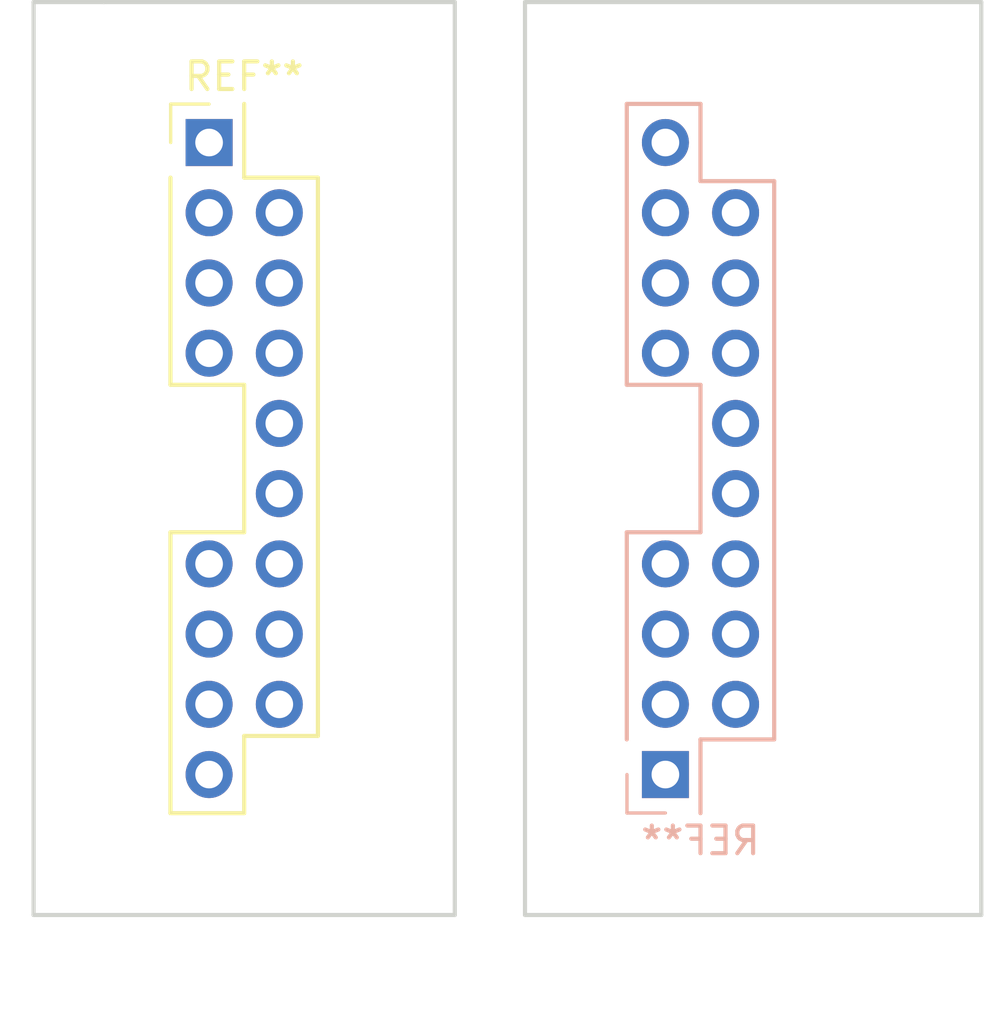
<source format=kicad_pcb>
(kicad_pcb (version 4) (host pcbnew 4.0.0-rc1-stable)

  (general
    (links 0)
    (no_connects 0)
    (area 90.374287 54.534999 125.805001 91.37)
    (thickness 1.6)
    (drawings 11)
    (tracks 0)
    (zones 0)
    (modules 2)
    (nets 1)
  )

  (page A4)
  (layers
    (0 F.Cu signal)
    (31 B.Cu signal)
    (32 B.Adhes user)
    (33 F.Adhes user)
    (34 B.Paste user)
    (35 F.Paste user)
    (36 B.SilkS user)
    (37 F.SilkS user)
    (38 B.Mask user)
    (39 F.Mask user)
    (40 Dwgs.User user)
    (41 Cmts.User user)
    (42 Eco1.User user)
    (43 Eco2.User user)
    (44 Edge.Cuts user)
    (45 Margin user)
    (46 B.CrtYd user)
    (47 F.CrtYd user)
    (48 B.Fab user)
    (49 F.Fab user)
  )

  (setup
    (last_trace_width 0.25)
    (trace_clearance 0.2)
    (zone_clearance 0.508)
    (zone_45_only no)
    (trace_min 0.2)
    (segment_width 0.2)
    (edge_width 0.15)
    (via_size 0.6)
    (via_drill 0.4)
    (via_min_size 0.4)
    (via_min_drill 0.3)
    (uvia_size 0.3)
    (uvia_drill 0.1)
    (uvias_allowed no)
    (uvia_min_size 0.2)
    (uvia_min_drill 0.1)
    (pcb_text_width 0.3)
    (pcb_text_size 1.5 1.5)
    (mod_edge_width 0.15)
    (mod_text_size 1 1)
    (mod_text_width 0.15)
    (pad_size 1.524 1.524)
    (pad_drill 0.762)
    (pad_to_mask_clearance 0.2)
    (aux_axis_origin 0 0)
    (visible_elements FFFFEF7F)
    (pcbplotparams
      (layerselection 0x00030_80000001)
      (usegerberextensions false)
      (excludeedgelayer true)
      (linewidth 0.076200)
      (plotframeref false)
      (viasonmask false)
      (mode 1)
      (useauxorigin false)
      (hpglpennumber 1)
      (hpglpenspeed 20)
      (hpglpendiameter 15)
      (hpglpenoverlay 2)
      (psnegative false)
      (psa4output false)
      (plotreference true)
      (plotvalue true)
      (plotinvisibletext false)
      (padsonsilk false)
      (subtractmaskfromsilk false)
      (outputformat 1)
      (mirror false)
      (drillshape 1)
      (scaleselection 1)
      (outputdirectory ""))
  )

  (net 0 "")

  (net_class Default "This is the default net class."
    (clearance 0.2)
    (trace_width 0.25)
    (via_dia 0.6)
    (via_drill 0.4)
    (uvia_dia 0.3)
    (uvia_drill 0.1)
  )

  (module CE_Header:CE_Header (layer F.Cu) (tedit 58DA0F78) (tstamp 598371EA)
    (at 97.79 59.69)
    (descr "CE Header, 2.54mm pitch")
    (tags "CE Header, THT 2x10 2.54mm")
    (fp_text reference REF** (at 1.27 -2.39) (layer F.SilkS)
      (effects (font (size 1 1) (thickness 0.15)))
    )
    (fp_text value CE_Header (at 1.27 25.25) (layer F.Fab)
      (effects (font (size 1 1) (thickness 0.15)))
    )
    (fp_line (start -1.397 24.257) (end -1.397 14.097) (layer F.SilkS) (width 0.15))
    (fp_line (start -1.397 14.097) (end 1.27 14.097) (layer F.SilkS) (width 0.15))
    (fp_line (start 1.27 14.097) (end 1.27 8.763) (layer F.SilkS) (width 0.15))
    (fp_line (start 1.27 8.763) (end -1.397 8.763) (layer F.SilkS) (width 0.15))
    (fp_line (start -1.397 8.763) (end -1.397 1.27) (layer F.SilkS) (width 0.15))
    (fp_line (start 1.27 24.257) (end -1.397 24.257) (layer F.SilkS) (width 0.15))
    (fp_line (start 3.937 1.27) (end 3.937 21.463) (layer F.SilkS) (width 0.15))
    (fp_line (start 3.937 21.463) (end 1.27 21.463) (layer F.SilkS) (width 0.15))
    (fp_line (start 1.27 21.463) (end 1.27 24.257) (layer F.SilkS) (width 0.15))
    (fp_line (start 3.93 1.27) (end 1.27 1.27) (layer F.SilkS) (width 0.15))
    (fp_line (start 1.27 1.27) (end 1.27 -1.397) (layer F.SilkS) (width 0.15))
    (fp_line (start -1.27 -1.27) (end -1.27 24.13) (layer F.Fab) (width 0.1))
    (fp_line (start -1.27 24.13) (end 3.81 24.13) (layer F.Fab) (width 0.1))
    (fp_line (start 3.81 24.13) (end 3.81 -1.27) (layer F.Fab) (width 0.1))
    (fp_line (start 3.81 -1.27) (end -1.27 -1.27) (layer F.Fab) (width 0.1))
    (fp_line (start -1.39 0) (end -1.39 -1.39) (layer F.SilkS) (width 0.12))
    (fp_line (start -1.39 -1.39) (end 0 -1.39) (layer F.SilkS) (width 0.12))
    (fp_line (start -1.6 -1.6) (end -1.6 24.4) (layer F.CrtYd) (width 0.05))
    (fp_line (start -1.6 24.4) (end 4.1 24.4) (layer F.CrtYd) (width 0.05))
    (fp_line (start 4.1 24.4) (end 4.1 -1.6) (layer F.CrtYd) (width 0.05))
    (fp_line (start 4.1 -1.6) (end -1.6 -1.6) (layer F.CrtYd) (width 0.05))
    (pad 1 thru_hole rect (at 0 0) (size 1.7 1.7) (drill 1) (layers *.Cu *.Mask))
    (pad 3 thru_hole oval (at 0 2.54) (size 1.7 1.7) (drill 1) (layers *.Cu *.Mask))
    (pad 4 thru_hole oval (at 2.54 2.54) (size 1.7 1.7) (drill 1) (layers *.Cu *.Mask))
    (pad 5 thru_hole oval (at 0 5.08) (size 1.7 1.7) (drill 1) (layers *.Cu *.Mask))
    (pad 6 thru_hole oval (at 2.54 5.08) (size 1.7 1.7) (drill 1) (layers *.Cu *.Mask))
    (pad 7 thru_hole oval (at 0 7.62) (size 1.7 1.7) (drill 1) (layers *.Cu *.Mask))
    (pad 8 thru_hole oval (at 2.54 7.62) (size 1.7 1.7) (drill 1) (layers *.Cu *.Mask))
    (pad 10 thru_hole oval (at 2.54 10.16) (size 1.7 1.7) (drill 1) (layers *.Cu *.Mask))
    (pad 12 thru_hole oval (at 2.54 12.7) (size 1.7 1.7) (drill 1) (layers *.Cu *.Mask))
    (pad 13 thru_hole oval (at 0 15.24) (size 1.7 1.7) (drill 1) (layers *.Cu *.Mask))
    (pad 14 thru_hole oval (at 2.54 15.24) (size 1.7 1.7) (drill 1) (layers *.Cu *.Mask))
    (pad 15 thru_hole oval (at 0 17.78) (size 1.7 1.7) (drill 1) (layers *.Cu *.Mask))
    (pad 16 thru_hole oval (at 2.54 17.78) (size 1.7 1.7) (drill 1) (layers *.Cu *.Mask))
    (pad 17 thru_hole oval (at 0 20.32) (size 1.7 1.7) (drill 1) (layers *.Cu *.Mask))
    (pad 18 thru_hole oval (at 2.54 20.32) (size 1.7 1.7) (drill 1) (layers *.Cu *.Mask))
    (pad 19 thru_hole oval (at 0 22.86) (size 1.7 1.7) (drill 1) (layers *.Cu *.Mask))
    (model D:/pcbs/CE_Header/CE_Header/lib/3d/CE_Header_Socket.wrl
      (at (xyz 0.05 -0.45 0))
      (scale (xyz 1 1 1))
      (rotate (xyz 0 0 90))
    )
    (model D:/pcbs/CE_Header/CE_Header/lib/3d/CE_Header_Pins.wrl
      (at (xyz 0.05 -0.45 0))
      (scale (xyz 1 1 1))
      (rotate (xyz 0 0 90))
    )
  )

  (module CE_Header:CE_Header (layer B.Cu) (tedit 58DA0F78) (tstamp 59837240)
    (at 114.3 82.55)
    (descr "CE Header, 2.54mm pitch")
    (tags "CE Header, THT 2x10 2.54mm")
    (fp_text reference REF** (at 1.27 2.39) (layer B.SilkS)
      (effects (font (size 1 1) (thickness 0.15)) (justify mirror))
    )
    (fp_text value CE_Header (at 1.27 -25.25) (layer B.Fab)
      (effects (font (size 1 1) (thickness 0.15)) (justify mirror))
    )
    (fp_line (start -1.397 -24.257) (end -1.397 -14.097) (layer B.SilkS) (width 0.15))
    (fp_line (start -1.397 -14.097) (end 1.27 -14.097) (layer B.SilkS) (width 0.15))
    (fp_line (start 1.27 -14.097) (end 1.27 -8.763) (layer B.SilkS) (width 0.15))
    (fp_line (start 1.27 -8.763) (end -1.397 -8.763) (layer B.SilkS) (width 0.15))
    (fp_line (start -1.397 -8.763) (end -1.397 -1.27) (layer B.SilkS) (width 0.15))
    (fp_line (start 1.27 -24.257) (end -1.397 -24.257) (layer B.SilkS) (width 0.15))
    (fp_line (start 3.937 -1.27) (end 3.937 -21.463) (layer B.SilkS) (width 0.15))
    (fp_line (start 3.937 -21.463) (end 1.27 -21.463) (layer B.SilkS) (width 0.15))
    (fp_line (start 1.27 -21.463) (end 1.27 -24.257) (layer B.SilkS) (width 0.15))
    (fp_line (start 3.93 -1.27) (end 1.27 -1.27) (layer B.SilkS) (width 0.15))
    (fp_line (start 1.27 -1.27) (end 1.27 1.397) (layer B.SilkS) (width 0.15))
    (fp_line (start -1.27 1.27) (end -1.27 -24.13) (layer B.Fab) (width 0.1))
    (fp_line (start -1.27 -24.13) (end 3.81 -24.13) (layer B.Fab) (width 0.1))
    (fp_line (start 3.81 -24.13) (end 3.81 1.27) (layer B.Fab) (width 0.1))
    (fp_line (start 3.81 1.27) (end -1.27 1.27) (layer B.Fab) (width 0.1))
    (fp_line (start -1.39 0) (end -1.39 1.39) (layer B.SilkS) (width 0.12))
    (fp_line (start -1.39 1.39) (end 0 1.39) (layer B.SilkS) (width 0.12))
    (fp_line (start -1.6 1.6) (end -1.6 -24.4) (layer B.CrtYd) (width 0.05))
    (fp_line (start -1.6 -24.4) (end 4.1 -24.4) (layer B.CrtYd) (width 0.05))
    (fp_line (start 4.1 -24.4) (end 4.1 1.6) (layer B.CrtYd) (width 0.05))
    (fp_line (start 4.1 1.6) (end -1.6 1.6) (layer B.CrtYd) (width 0.05))
    (pad 1 thru_hole rect (at 0 0) (size 1.7 1.7) (drill 1) (layers *.Cu *.Mask))
    (pad 3 thru_hole oval (at 0 -2.54) (size 1.7 1.7) (drill 1) (layers *.Cu *.Mask))
    (pad 4 thru_hole oval (at 2.54 -2.54) (size 1.7 1.7) (drill 1) (layers *.Cu *.Mask))
    (pad 5 thru_hole oval (at 0 -5.08) (size 1.7 1.7) (drill 1) (layers *.Cu *.Mask))
    (pad 6 thru_hole oval (at 2.54 -5.08) (size 1.7 1.7) (drill 1) (layers *.Cu *.Mask))
    (pad 7 thru_hole oval (at 0 -7.62) (size 1.7 1.7) (drill 1) (layers *.Cu *.Mask))
    (pad 8 thru_hole oval (at 2.54 -7.62) (size 1.7 1.7) (drill 1) (layers *.Cu *.Mask))
    (pad 10 thru_hole oval (at 2.54 -10.16) (size 1.7 1.7) (drill 1) (layers *.Cu *.Mask))
    (pad 12 thru_hole oval (at 2.54 -12.7) (size 1.7 1.7) (drill 1) (layers *.Cu *.Mask))
    (pad 13 thru_hole oval (at 0 -15.24) (size 1.7 1.7) (drill 1) (layers *.Cu *.Mask))
    (pad 14 thru_hole oval (at 2.54 -15.24) (size 1.7 1.7) (drill 1) (layers *.Cu *.Mask))
    (pad 15 thru_hole oval (at 0 -17.78) (size 1.7 1.7) (drill 1) (layers *.Cu *.Mask))
    (pad 16 thru_hole oval (at 2.54 -17.78) (size 1.7 1.7) (drill 1) (layers *.Cu *.Mask))
    (pad 17 thru_hole oval (at 0 -20.32) (size 1.7 1.7) (drill 1) (layers *.Cu *.Mask))
    (pad 18 thru_hole oval (at 2.54 -20.32) (size 1.7 1.7) (drill 1) (layers *.Cu *.Mask))
    (pad 19 thru_hole oval (at 0 -22.86) (size 1.7 1.7) (drill 1) (layers *.Cu *.Mask))
    (model D:/pcbs/CE_Header/CE_Header/lib/3d/CE_Header_Socket.wrl
      (at (xyz 0.05 -0.45 0))
      (scale (xyz 1 1 1))
      (rotate (xyz 0 0 90))
    )
    (model D:/pcbs/CE_Header/CE_Header/lib/3d/CE_Header_Pins.wrl
      (at (xyz 0.05 -0.45 0))
      (scale (xyz 1 1 1))
      (rotate (xyz 0 0 90))
    )
  )

  (gr_text "Sensor board\n" (at 118.11 90.17) (layer Dwgs.User)
    (effects (font (size 1.5 1.5) (thickness 0.3)))
  )
  (gr_text "Teency Adapter" (at 99.06 90.17) (layer Dwgs.User)
    (effects (font (size 1.5 1.5) (thickness 0.3)))
  )
  (gr_line (start 109.22 87.63) (end 109.22 54.61) (angle 90) (layer Edge.Cuts) (width 0.15))
  (gr_line (start 125.73 87.63) (end 109.22 87.63) (angle 90) (layer Edge.Cuts) (width 0.15))
  (gr_line (start 125.73 54.61) (end 125.73 87.63) (angle 90) (layer Edge.Cuts) (width 0.15))
  (gr_line (start 109.22 54.61) (end 125.73 54.61) (angle 90) (layer Edge.Cuts) (width 0.15))
  (gr_line (start 91.44 54.61) (end 93.98 54.61) (angle 90) (layer Edge.Cuts) (width 0.15))
  (gr_line (start 91.44 87.63) (end 91.44 54.61) (angle 90) (layer Edge.Cuts) (width 0.15))
  (gr_line (start 106.68 87.63) (end 91.44 87.63) (angle 90) (layer Edge.Cuts) (width 0.15))
  (gr_line (start 106.68 54.61) (end 106.68 87.63) (angle 90) (layer Edge.Cuts) (width 0.15))
  (gr_line (start 93.98 54.61) (end 106.68 54.61) (angle 90) (layer Edge.Cuts) (width 0.15))

)

</source>
